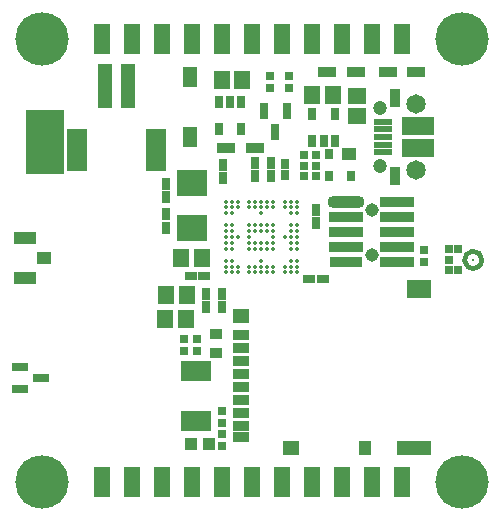
<source format=gts>
G04*
G04 #@! TF.GenerationSoftware,Altium Limited,Altium Designer,20.2.6 (244)*
G04*
G04 Layer_Color=20142*
%FSLAX25Y25*%
%MOIN*%
G70*
G04*
G04 #@! TF.SameCoordinates,A8075328-C244-4C89-8B57-C0C48858537B*
G04*
G04*
G04 #@! TF.FilePolarity,Negative*
G04*
G01*
G75*
%ADD50C,0.01800*%
%ADD51R,0.02855X0.03162*%
%ADD52C,0.00394*%
%ADD53R,0.03162X0.04147*%
%ADD54R,0.05524X0.03162*%
%ADD55R,0.03162X0.03556*%
%ADD56R,0.05131X0.03950*%
%ADD57R,0.04737X0.14580*%
%ADD58R,0.06706X0.14186*%
%ADD59R,0.03950X0.04343*%
%ADD60R,0.04147X0.03556*%
%ADD61R,0.02965X0.02572*%
%ADD62R,0.11800X0.03700*%
%ADD63R,0.10800X0.03700*%
G04:AMPARAMS|DCode=64|XSize=37mil|YSize=118mil|CornerRadius=11.25mil|HoleSize=0mil|Usage=FLASHONLY|Rotation=270.000|XOffset=0mil|YOffset=0mil|HoleType=Round|Shape=RoundedRectangle|*
%AMROUNDEDRECTD64*
21,1,0.03700,0.09550,0,0,270.0*
21,1,0.01450,0.11800,0,0,270.0*
1,1,0.02250,-0.04775,-0.00725*
1,1,0.02250,-0.04775,0.00725*
1,1,0.02250,0.04775,0.00725*
1,1,0.02250,0.04775,-0.00725*
%
%ADD64ROUNDEDRECTD64*%
%ADD65R,0.05524X0.03556*%
%ADD66R,0.05524X0.04737*%
%ADD67R,0.03950X0.04737*%
%ADD68R,0.08280X0.05918*%
%ADD69R,0.11824X0.04737*%
%ADD70R,0.06115X0.03556*%
%ADD71R,0.04737X0.07099*%
%ADD72R,0.05721X0.06312*%
%ADD73R,0.02769X0.03359*%
%ADD74R,0.10249X0.08674*%
%ADD75C,0.01400*%
%ADD76R,0.06312X0.02375*%
%ADD77R,0.10642X0.06410*%
%ADD78R,0.03556X0.06410*%
%ADD79R,0.01981X0.06509*%
%ADD80R,0.07493X0.03950*%
%ADD81R,0.04147X0.03162*%
%ADD82R,0.02572X0.02965*%
%ADD83R,0.03162X0.05524*%
%ADD84R,0.06312X0.05721*%
%ADD85R,0.12643X0.21803*%
%ADD86C,0.00800*%
%ADD87C,0.04500*%
%ADD88R,0.05800X0.10300*%
%ADD89C,0.06509*%
%ADD90C,0.04737*%
%ADD91C,0.17800*%
D50*
X146736Y74243D02*
G03*
X140941Y73916I-2906J0D01*
G01*
D02*
G03*
X142097Y71909I2888J327D01*
G01*
D02*
G03*
X146736Y74243I1732J2334D01*
G01*
D51*
X135664Y70700D02*
D03*
X138900D02*
D03*
Y77787D02*
D03*
X135664D02*
D03*
Y74243D02*
D03*
D52*
X143829Y71290D02*
D03*
D53*
X90260Y122729D02*
D03*
X97740D02*
D03*
Y113871D02*
D03*
X94000D02*
D03*
X90260D02*
D03*
X60200Y58336D02*
D03*
Y62864D02*
D03*
X66440Y117871D02*
D03*
X58960D02*
D03*
Y126729D02*
D03*
X62700D02*
D03*
X66440D02*
D03*
X60400Y101336D02*
D03*
Y105864D02*
D03*
X91400Y90864D02*
D03*
Y86336D02*
D03*
X71200Y102031D02*
D03*
Y106558D02*
D03*
X76306D02*
D03*
Y102031D02*
D03*
X41600Y99564D02*
D03*
Y95036D02*
D03*
Y89464D02*
D03*
Y84936D02*
D03*
X54900Y58400D02*
D03*
Y62928D02*
D03*
D54*
X-7143Y38664D02*
D03*
Y31184D02*
D03*
X-57Y34924D02*
D03*
D55*
X103287Y102000D02*
D03*
X95800D02*
D03*
Y109480D02*
D03*
D56*
X102500D02*
D03*
X953Y74700D02*
D03*
D57*
X20963Y132327D02*
D03*
X28837D02*
D03*
D58*
X11711Y110673D02*
D03*
X38089D02*
D03*
D59*
X49747Y12800D02*
D03*
X55653D02*
D03*
D60*
X58100Y49548D02*
D03*
Y43052D02*
D03*
D61*
X47500Y47668D02*
D03*
Y43731D02*
D03*
X127600Y77368D02*
D03*
Y73431D02*
D03*
X60000Y12291D02*
D03*
Y16228D02*
D03*
Y19850D02*
D03*
Y23787D02*
D03*
X76063Y131532D02*
D03*
Y135468D02*
D03*
X82300Y131532D02*
D03*
Y135468D02*
D03*
X51900Y47769D02*
D03*
Y43832D02*
D03*
D62*
X101500Y83497D02*
D03*
Y78497D02*
D03*
Y88497D02*
D03*
X118500Y93497D02*
D03*
Y88497D02*
D03*
Y83497D02*
D03*
Y78497D02*
D03*
Y73497D02*
D03*
D63*
X101500D02*
D03*
D64*
Y93497D02*
D03*
D65*
X66311Y15243D02*
D03*
Y49298D02*
D03*
Y44968D02*
D03*
Y40637D02*
D03*
Y36306D02*
D03*
Y31976D02*
D03*
Y27645D02*
D03*
Y23314D02*
D03*
Y18983D02*
D03*
D66*
Y55401D02*
D03*
X83240Y11503D02*
D03*
D67*
X107650D02*
D03*
D68*
X125760Y64653D02*
D03*
D69*
X123988Y11503D02*
D03*
D70*
X104724Y136700D02*
D03*
X95276D02*
D03*
X115400Y136800D02*
D03*
X124849D02*
D03*
X71035Y111411D02*
D03*
X61587D02*
D03*
D71*
X49531Y115200D02*
D03*
Y135200D02*
D03*
D72*
X66945Y134100D02*
D03*
X60055D02*
D03*
X53445Y74700D02*
D03*
X46555D02*
D03*
X41455Y62600D02*
D03*
X48345D02*
D03*
X97145Y129000D02*
D03*
X90255D02*
D03*
X48145Y54400D02*
D03*
X41255D02*
D03*
D73*
X81142Y106165D02*
D03*
Y102424D02*
D03*
D74*
X50200Y99680D02*
D03*
Y84720D02*
D03*
D75*
X84979Y93642D02*
D03*
Y91674D02*
D03*
Y89705D02*
D03*
Y85769D02*
D03*
Y83800D02*
D03*
Y81832D02*
D03*
Y79863D02*
D03*
Y77895D02*
D03*
Y73958D02*
D03*
Y71989D02*
D03*
Y70021D02*
D03*
X83011Y93642D02*
D03*
Y91674D02*
D03*
Y89705D02*
D03*
Y85769D02*
D03*
Y83800D02*
D03*
Y81832D02*
D03*
Y79863D02*
D03*
Y77895D02*
D03*
Y73958D02*
D03*
Y71989D02*
D03*
Y70021D02*
D03*
X81042Y93642D02*
D03*
Y91674D02*
D03*
Y81832D02*
D03*
Y71989D02*
D03*
Y70021D02*
D03*
X77105Y93642D02*
D03*
Y91674D02*
D03*
Y85769D02*
D03*
Y83800D02*
D03*
Y81832D02*
D03*
Y79863D02*
D03*
Y77895D02*
D03*
Y71989D02*
D03*
Y70021D02*
D03*
X75137Y93642D02*
D03*
Y91674D02*
D03*
Y85769D02*
D03*
Y83800D02*
D03*
Y79863D02*
D03*
Y77895D02*
D03*
Y71989D02*
D03*
Y70021D02*
D03*
X73168Y93642D02*
D03*
Y91674D02*
D03*
Y89705D02*
D03*
Y85769D02*
D03*
Y83800D02*
D03*
Y79863D02*
D03*
Y77895D02*
D03*
Y73958D02*
D03*
Y71989D02*
D03*
Y70021D02*
D03*
X71200Y93642D02*
D03*
Y91674D02*
D03*
Y85769D02*
D03*
Y83800D02*
D03*
Y79863D02*
D03*
Y77895D02*
D03*
Y71989D02*
D03*
Y70021D02*
D03*
X69231Y93642D02*
D03*
Y91674D02*
D03*
Y85769D02*
D03*
Y83800D02*
D03*
Y81832D02*
D03*
Y79863D02*
D03*
Y77895D02*
D03*
Y71989D02*
D03*
Y70021D02*
D03*
X65294Y93642D02*
D03*
Y91674D02*
D03*
Y81832D02*
D03*
Y71989D02*
D03*
Y70021D02*
D03*
X63326Y93642D02*
D03*
Y91674D02*
D03*
Y89705D02*
D03*
Y85769D02*
D03*
Y83800D02*
D03*
Y81832D02*
D03*
Y79863D02*
D03*
Y77895D02*
D03*
Y73958D02*
D03*
Y71989D02*
D03*
Y70021D02*
D03*
X61357Y93642D02*
D03*
Y91674D02*
D03*
Y89705D02*
D03*
Y85769D02*
D03*
Y83800D02*
D03*
Y81832D02*
D03*
Y79863D02*
D03*
Y77895D02*
D03*
Y73958D02*
D03*
Y71989D02*
D03*
Y70021D02*
D03*
D76*
X113657Y110082D02*
D03*
Y112641D02*
D03*
Y120318D02*
D03*
Y117759D02*
D03*
Y115200D02*
D03*
D77*
X125527Y118989D02*
D03*
Y111411D02*
D03*
D78*
X117653Y102208D02*
D03*
Y128192D02*
D03*
D79*
X55437Y37132D02*
D03*
X53469D02*
D03*
X51500D02*
D03*
X49531D02*
D03*
X47563D02*
D03*
X55437Y20400D02*
D03*
X53469D02*
D03*
X51500D02*
D03*
X49531D02*
D03*
X47563D02*
D03*
D80*
X-5543Y68007D02*
D03*
Y81393D02*
D03*
D81*
X49636Y68700D02*
D03*
X54164D02*
D03*
X93664Y67769D02*
D03*
X89136D02*
D03*
D82*
X87463Y102208D02*
D03*
X91400D02*
D03*
Y105653D02*
D03*
X87463D02*
D03*
X91400Y109300D02*
D03*
X87463D02*
D03*
D83*
X81640Y123787D02*
D03*
X74160D02*
D03*
X77900Y116700D02*
D03*
D84*
X105100Y122055D02*
D03*
Y128945D02*
D03*
D85*
X1078Y113602D02*
D03*
D86*
X143829Y74243D02*
D03*
D87*
X110000Y90997D02*
D03*
Y75997D02*
D03*
D88*
X20000Y200D02*
D03*
Y147700D02*
D03*
X30000D02*
D03*
X40000D02*
D03*
X50000D02*
D03*
X60000D02*
D03*
X70000D02*
D03*
X80000D02*
D03*
X90000D02*
D03*
X100000D02*
D03*
X110000D02*
D03*
X120000D02*
D03*
Y200D02*
D03*
X110000D02*
D03*
X100000D02*
D03*
X90000D02*
D03*
X80000D02*
D03*
X70000D02*
D03*
X60000D02*
D03*
X50000D02*
D03*
X40000D02*
D03*
X30000D02*
D03*
D89*
X124739Y126105D02*
D03*
Y104295D02*
D03*
D90*
X112810Y105653D02*
D03*
Y124747D02*
D03*
D91*
X0Y147700D02*
D03*
X140000D02*
D03*
Y200D02*
D03*
X0D02*
D03*
M02*

</source>
